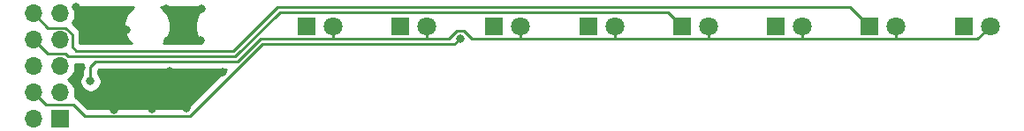
<source format=gbl>
G04 #@! TF.GenerationSoftware,KiCad,Pcbnew,(5.1.6-0-10_14)*
G04 #@! TF.CreationDate,2020-08-07T14:57:57+09:00*
G04 #@! TF.ProjectId,qPCR-ledarray_1x8,71504352-2d6c-4656-9461-727261795f31,rev?*
G04 #@! TF.SameCoordinates,Original*
G04 #@! TF.FileFunction,Copper,L2,Bot*
G04 #@! TF.FilePolarity,Positive*
%FSLAX46Y46*%
G04 Gerber Fmt 4.6, Leading zero omitted, Abs format (unit mm)*
G04 Created by KiCad (PCBNEW (5.1.6-0-10_14)) date 2020-08-07 14:57:57*
%MOMM*%
%LPD*%
G01*
G04 APERTURE LIST*
G04 #@! TA.AperFunction,ComponentPad*
%ADD10R,1.800000X1.800000*%
G04 #@! TD*
G04 #@! TA.AperFunction,ComponentPad*
%ADD11C,1.800000*%
G04 #@! TD*
G04 #@! TA.AperFunction,ComponentPad*
%ADD12O,1.700000X1.700000*%
G04 #@! TD*
G04 #@! TA.AperFunction,ComponentPad*
%ADD13R,1.700000X1.700000*%
G04 #@! TD*
G04 #@! TA.AperFunction,ViaPad*
%ADD14C,0.800000*%
G04 #@! TD*
G04 #@! TA.AperFunction,Conductor*
%ADD15C,0.250000*%
G04 #@! TD*
G04 #@! TA.AperFunction,Conductor*
%ADD16C,0.254000*%
G04 #@! TD*
G04 APERTURE END LIST*
D10*
G04 #@! TO.P,D1,1*
G04 #@! TO.N,OUT1*
X164730000Y-113500000D03*
D11*
G04 #@! TO.P,D1,2*
G04 #@! TO.N,VCC*
X167270000Y-113500000D03*
G04 #@! TD*
G04 #@! TO.P,D2,2*
G04 #@! TO.N,VCC*
X158270000Y-113500000D03*
D10*
G04 #@! TO.P,D2,1*
G04 #@! TO.N,OUT2*
X155730000Y-113500000D03*
G04 #@! TD*
G04 #@! TO.P,D3,1*
G04 #@! TO.N,OUT3*
X146730000Y-113500000D03*
D11*
G04 #@! TO.P,D3,2*
G04 #@! TO.N,VCC*
X149270000Y-113500000D03*
G04 #@! TD*
G04 #@! TO.P,D4,2*
G04 #@! TO.N,VCC*
X140270000Y-113500000D03*
D10*
G04 #@! TO.P,D4,1*
G04 #@! TO.N,OUT4*
X137730000Y-113500000D03*
G04 #@! TD*
G04 #@! TO.P,D5,1*
G04 #@! TO.N,OUT5*
X128730000Y-113500000D03*
D11*
G04 #@! TO.P,D5,2*
G04 #@! TO.N,VCC*
X131270000Y-113500000D03*
G04 #@! TD*
G04 #@! TO.P,D6,2*
G04 #@! TO.N,VCC*
X122270000Y-113500000D03*
D10*
G04 #@! TO.P,D6,1*
G04 #@! TO.N,OUT6*
X119730000Y-113500000D03*
G04 #@! TD*
G04 #@! TO.P,D7,1*
G04 #@! TO.N,OUT7*
X110730000Y-113500000D03*
D11*
G04 #@! TO.P,D7,2*
G04 #@! TO.N,VCC*
X113270000Y-113500000D03*
G04 #@! TD*
G04 #@! TO.P,D8,2*
G04 #@! TO.N,VCC*
X104270000Y-113500000D03*
D10*
G04 #@! TO.P,D8,1*
G04 #@! TO.N,OUT8*
X101730000Y-113500000D03*
G04 #@! TD*
D12*
G04 #@! TO.P,U1,10*
G04 #@! TO.N,OUT2*
X75564401Y-112270000D03*
G04 #@! TO.P,U1,9*
G04 #@! TO.N,OUT1*
X78104401Y-112270000D03*
G04 #@! TO.P,U1,8*
G04 #@! TO.N,OUT4*
X75564401Y-114810000D03*
G04 #@! TO.P,U1,7*
G04 #@! TO.N,OUT3*
X78104401Y-114810000D03*
G04 #@! TO.P,U1,6*
G04 #@! TO.N,OUT7*
X75564401Y-117350000D03*
G04 #@! TO.P,U1,5*
G04 #@! TO.N,OUT8*
X78104401Y-117350000D03*
G04 #@! TO.P,U1,4*
G04 #@! TO.N,OUT6*
X75564401Y-119890000D03*
G04 #@! TO.P,U1,3*
G04 #@! TO.N,VCC*
X78104401Y-119890000D03*
G04 #@! TO.P,U1,2*
G04 #@! TO.N,GND*
X75564401Y-122430000D03*
D13*
G04 #@! TO.P,U1,1*
G04 #@! TO.N,OUT5*
X78104401Y-122430000D03*
G04 #@! TD*
D14*
G04 #@! TO.N,GND*
X83862800Y-118127400D03*
X81043400Y-114749200D03*
X83659600Y-112641000D03*
X89908000Y-113250600D03*
X93743400Y-117924200D03*
X90238200Y-121378600D03*
X83304000Y-121531000D03*
X87571200Y-119549800D03*
X88460200Y-114901600D03*
X88282400Y-111802800D03*
X91660600Y-111777400D03*
X91559000Y-114825400D03*
X84447000Y-113885600D03*
X79621000Y-111625000D03*
X90695400Y-118914800D03*
X88612600Y-117822600D03*
X86961600Y-121480200D03*
X80179800Y-117467000D03*
G04 #@! TO.N,VCC*
X81043400Y-118787800D03*
G04 #@! TO.N,OUT6*
X116476400Y-114673000D03*
G04 #@! TD*
D15*
G04 #@! TO.N,GND*
X83151600Y-112641000D02*
X83659600Y-112641000D01*
X81043400Y-114749200D02*
X83151600Y-112641000D01*
X79621000Y-113326800D02*
X81043400Y-114749200D01*
X79621000Y-111625000D02*
X79621000Y-113326800D01*
G04 #@! TO.N,VCC*
X166044999Y-114725001D02*
X167270000Y-113500000D01*
X158270000Y-114709000D02*
X158286001Y-114725001D01*
X158270000Y-113500000D02*
X158270000Y-114709000D01*
X158286001Y-114725001D02*
X166044999Y-114725001D01*
X149270000Y-114597002D02*
X149142001Y-114725001D01*
X149270000Y-113500000D02*
X149270000Y-114597002D01*
X149142001Y-114725001D02*
X158286001Y-114725001D01*
X131270000Y-114635402D02*
X131359599Y-114725001D01*
X131270000Y-113500000D02*
X131270000Y-114635402D01*
X122270000Y-114675400D02*
X122319601Y-114725001D01*
X122270000Y-113500000D02*
X122270000Y-114675400D01*
X122319601Y-114725001D02*
X131359599Y-114725001D01*
X113270000Y-114593202D02*
X113401799Y-114725001D01*
X113270000Y-113500000D02*
X113270000Y-114593202D01*
X104270000Y-113500000D02*
X104270000Y-114633200D01*
X104361801Y-114725001D02*
X113401799Y-114725001D01*
X104270000Y-114633200D02*
X104361801Y-114725001D01*
X113401799Y-114725001D02*
X115351397Y-114725001D01*
X116128399Y-113947999D02*
X116792799Y-113947999D01*
X115351397Y-114725001D02*
X116128399Y-113947999D01*
X117569801Y-114725001D02*
X122319601Y-114725001D01*
X116792799Y-113947999D02*
X117569801Y-114725001D01*
X140270000Y-114692200D02*
X140302801Y-114725001D01*
X140270000Y-113500000D02*
X140270000Y-114692200D01*
X140302801Y-114725001D02*
X149142001Y-114725001D01*
X131359599Y-114725001D02*
X140302801Y-114725001D01*
X81043400Y-117416200D02*
X81043400Y-118787800D01*
X81551400Y-116908200D02*
X81043400Y-117416200D01*
X95140400Y-116908200D02*
X81551400Y-116908200D01*
X97323599Y-114725001D02*
X95140400Y-116908200D01*
X104361801Y-114725001D02*
X97323599Y-114725001D01*
G04 #@! TO.N,OUT2*
X78668402Y-113634999D02*
X76929400Y-113634999D01*
X79279402Y-114245999D02*
X78668402Y-113634999D01*
X79279402Y-115474402D02*
X79279402Y-114245999D01*
X79697200Y-115892200D02*
X79279402Y-115474402D01*
X94734000Y-115892200D02*
X79697200Y-115892200D01*
X99001200Y-111625000D02*
X94734000Y-115892200D01*
X153855000Y-111625000D02*
X99001200Y-111625000D01*
X76929400Y-113634999D02*
X75564401Y-112270000D01*
X155730000Y-113500000D02*
X153855000Y-111625000D01*
G04 #@! TO.N,OUT4*
X76739402Y-115985001D02*
X75564401Y-114810000D01*
X78665003Y-116171600D02*
X76926001Y-116171600D01*
X76926001Y-116171600D02*
X76739402Y-115985001D01*
X99204400Y-112133000D02*
X94937200Y-116400200D01*
X94937200Y-116400200D02*
X78893603Y-116400200D01*
X136363000Y-112133000D02*
X99204400Y-112133000D01*
X78893603Y-116400200D02*
X78665003Y-116171600D01*
X137730000Y-113500000D02*
X136363000Y-112133000D01*
G04 #@! TO.N,OUT6*
X115917600Y-115231800D02*
X116476400Y-114673000D01*
X97528000Y-115231800D02*
X115917600Y-115231800D01*
X90593800Y-122166000D02*
X97528000Y-115231800D01*
X80484600Y-122166000D02*
X90593800Y-122166000D01*
X76739402Y-121065001D02*
X79383601Y-121065001D01*
X79383601Y-121065001D02*
X80484600Y-122166000D01*
X75564401Y-119890000D02*
X76739402Y-121065001D01*
G04 #@! TD*
D16*
G04 #@! TO.N,GND*
G36*
X75691401Y-122303000D02*
G01*
X75711401Y-122303000D01*
X75711401Y-122557000D01*
X75691401Y-122557000D01*
X75691401Y-122577000D01*
X75437401Y-122577000D01*
X75437401Y-122557000D01*
X75417401Y-122557000D01*
X75417401Y-122303000D01*
X75437401Y-122303000D01*
X75437401Y-122283000D01*
X75691401Y-122283000D01*
X75691401Y-122303000D01*
G37*
X75691401Y-122303000D02*
X75711401Y-122303000D01*
X75711401Y-122557000D01*
X75691401Y-122557000D01*
X75691401Y-122577000D01*
X75437401Y-122577000D01*
X75437401Y-122557000D01*
X75417401Y-122557000D01*
X75417401Y-122303000D01*
X75437401Y-122303000D01*
X75437401Y-122283000D01*
X75691401Y-122283000D01*
X75691401Y-122303000D01*
G36*
X80294397Y-117267215D02*
G01*
X80283400Y-117378868D01*
X80283400Y-117378878D01*
X80279724Y-117416200D01*
X80283400Y-117453523D01*
X80283400Y-118084089D01*
X80239463Y-118128026D01*
X80126195Y-118297544D01*
X80048174Y-118485902D01*
X80008400Y-118685861D01*
X80008400Y-118889739D01*
X80048174Y-119089698D01*
X80126195Y-119278056D01*
X80239463Y-119447574D01*
X80383626Y-119591737D01*
X80553144Y-119705005D01*
X80741502Y-119783026D01*
X80941461Y-119822800D01*
X81145339Y-119822800D01*
X81345298Y-119783026D01*
X81533656Y-119705005D01*
X81703174Y-119591737D01*
X81847337Y-119447574D01*
X81960605Y-119278056D01*
X82038626Y-119089698D01*
X82078400Y-118889739D01*
X82078400Y-118685861D01*
X82038626Y-118485902D01*
X81960605Y-118297544D01*
X81847337Y-118128026D01*
X81803400Y-118084089D01*
X81803400Y-117731001D01*
X81866202Y-117668200D01*
X94016798Y-117668200D01*
X90278999Y-121406000D01*
X80799402Y-121406000D01*
X79947405Y-120554003D01*
X79923602Y-120525000D01*
X79807877Y-120430027D01*
X79675848Y-120359455D01*
X79533691Y-120316333D01*
X79589401Y-120036260D01*
X79589401Y-119743740D01*
X79532333Y-119456842D01*
X79420391Y-119186589D01*
X79257876Y-118943368D01*
X79051033Y-118736525D01*
X78876641Y-118620000D01*
X79051033Y-118503475D01*
X79257876Y-118296632D01*
X79420391Y-118053411D01*
X79532333Y-117783158D01*
X79589401Y-117496260D01*
X79589401Y-117203740D01*
X79580740Y-117160200D01*
X80326859Y-117160200D01*
X80294397Y-117267215D01*
G37*
X80294397Y-117267215D02*
X80283400Y-117378868D01*
X80283400Y-117378878D01*
X80279724Y-117416200D01*
X80283400Y-117453523D01*
X80283400Y-118084089D01*
X80239463Y-118128026D01*
X80126195Y-118297544D01*
X80048174Y-118485902D01*
X80008400Y-118685861D01*
X80008400Y-118889739D01*
X80048174Y-119089698D01*
X80126195Y-119278056D01*
X80239463Y-119447574D01*
X80383626Y-119591737D01*
X80553144Y-119705005D01*
X80741502Y-119783026D01*
X80941461Y-119822800D01*
X81145339Y-119822800D01*
X81345298Y-119783026D01*
X81533656Y-119705005D01*
X81703174Y-119591737D01*
X81847337Y-119447574D01*
X81960605Y-119278056D01*
X82038626Y-119089698D01*
X82078400Y-118889739D01*
X82078400Y-118685861D01*
X82038626Y-118485902D01*
X81960605Y-118297544D01*
X81847337Y-118128026D01*
X81803400Y-118084089D01*
X81803400Y-117731001D01*
X81866202Y-117668200D01*
X94016798Y-117668200D01*
X90278999Y-121406000D01*
X80799402Y-121406000D01*
X79947405Y-120554003D01*
X79923602Y-120525000D01*
X79807877Y-120430027D01*
X79675848Y-120359455D01*
X79533691Y-120316333D01*
X79589401Y-120036260D01*
X79589401Y-119743740D01*
X79532333Y-119456842D01*
X79420391Y-119186589D01*
X79257876Y-118943368D01*
X79051033Y-118736525D01*
X78876641Y-118620000D01*
X79051033Y-118503475D01*
X79257876Y-118296632D01*
X79420391Y-118053411D01*
X79532333Y-117783158D01*
X79589401Y-117496260D01*
X79589401Y-117203740D01*
X79580740Y-117160200D01*
X80326859Y-117160200D01*
X80294397Y-117267215D01*
G36*
X91602259Y-111942564D02*
G01*
X91334883Y-112342721D01*
X91150711Y-112787351D01*
X91056821Y-113259368D01*
X91056821Y-113740632D01*
X91150711Y-114212649D01*
X91334883Y-114657279D01*
X91602259Y-115057436D01*
X91677023Y-115132200D01*
X88041496Y-115132200D01*
X88243139Y-114930557D01*
X88488732Y-114563000D01*
X88657900Y-114154592D01*
X88744142Y-113721029D01*
X88744142Y-113278971D01*
X88657900Y-112845408D01*
X88488732Y-112437000D01*
X88243139Y-112069443D01*
X87930557Y-111756861D01*
X87823009Y-111685000D01*
X91859823Y-111685000D01*
X91602259Y-111942564D01*
G37*
X91602259Y-111942564D02*
X91334883Y-112342721D01*
X91150711Y-112787351D01*
X91056821Y-113259368D01*
X91056821Y-113740632D01*
X91150711Y-114212649D01*
X91334883Y-114657279D01*
X91602259Y-115057436D01*
X91677023Y-115132200D01*
X88041496Y-115132200D01*
X88243139Y-114930557D01*
X88488732Y-114563000D01*
X88657900Y-114154592D01*
X88744142Y-113721029D01*
X88744142Y-113278971D01*
X88657900Y-112845408D01*
X88488732Y-112437000D01*
X88243139Y-112069443D01*
X87930557Y-111756861D01*
X87823009Y-111685000D01*
X91859823Y-111685000D01*
X91602259Y-111942564D01*
G36*
X85069443Y-111756861D02*
G01*
X84756861Y-112069443D01*
X84511268Y-112437000D01*
X84342100Y-112845408D01*
X84255858Y-113278971D01*
X84255858Y-113721029D01*
X84342100Y-114154592D01*
X84511268Y-114563000D01*
X84756861Y-114930557D01*
X84958504Y-115132200D01*
X80039402Y-115132200D01*
X80039402Y-114283321D01*
X80043078Y-114245998D01*
X80039402Y-114208675D01*
X80039402Y-114208666D01*
X80028405Y-114097013D01*
X79984948Y-113953752D01*
X79914376Y-113821723D01*
X79883405Y-113783985D01*
X79843201Y-113734995D01*
X79843197Y-113734991D01*
X79819403Y-113705998D01*
X79790410Y-113682204D01*
X79284697Y-113176492D01*
X79420391Y-112973411D01*
X79532333Y-112703158D01*
X79589401Y-112416260D01*
X79589401Y-112123740D01*
X79532333Y-111836842D01*
X79469438Y-111685000D01*
X85176991Y-111685000D01*
X85069443Y-111756861D01*
G37*
X85069443Y-111756861D02*
X84756861Y-112069443D01*
X84511268Y-112437000D01*
X84342100Y-112845408D01*
X84255858Y-113278971D01*
X84255858Y-113721029D01*
X84342100Y-114154592D01*
X84511268Y-114563000D01*
X84756861Y-114930557D01*
X84958504Y-115132200D01*
X80039402Y-115132200D01*
X80039402Y-114283321D01*
X80043078Y-114245998D01*
X80039402Y-114208675D01*
X80039402Y-114208666D01*
X80028405Y-114097013D01*
X79984948Y-113953752D01*
X79914376Y-113821723D01*
X79883405Y-113783985D01*
X79843201Y-113734995D01*
X79843197Y-113734991D01*
X79819403Y-113705998D01*
X79790410Y-113682204D01*
X79284697Y-113176492D01*
X79420391Y-112973411D01*
X79532333Y-112703158D01*
X79589401Y-112416260D01*
X79589401Y-112123740D01*
X79532333Y-111836842D01*
X79469438Y-111685000D01*
X85176991Y-111685000D01*
X85069443Y-111756861D01*
G04 #@! TD*
M02*

</source>
